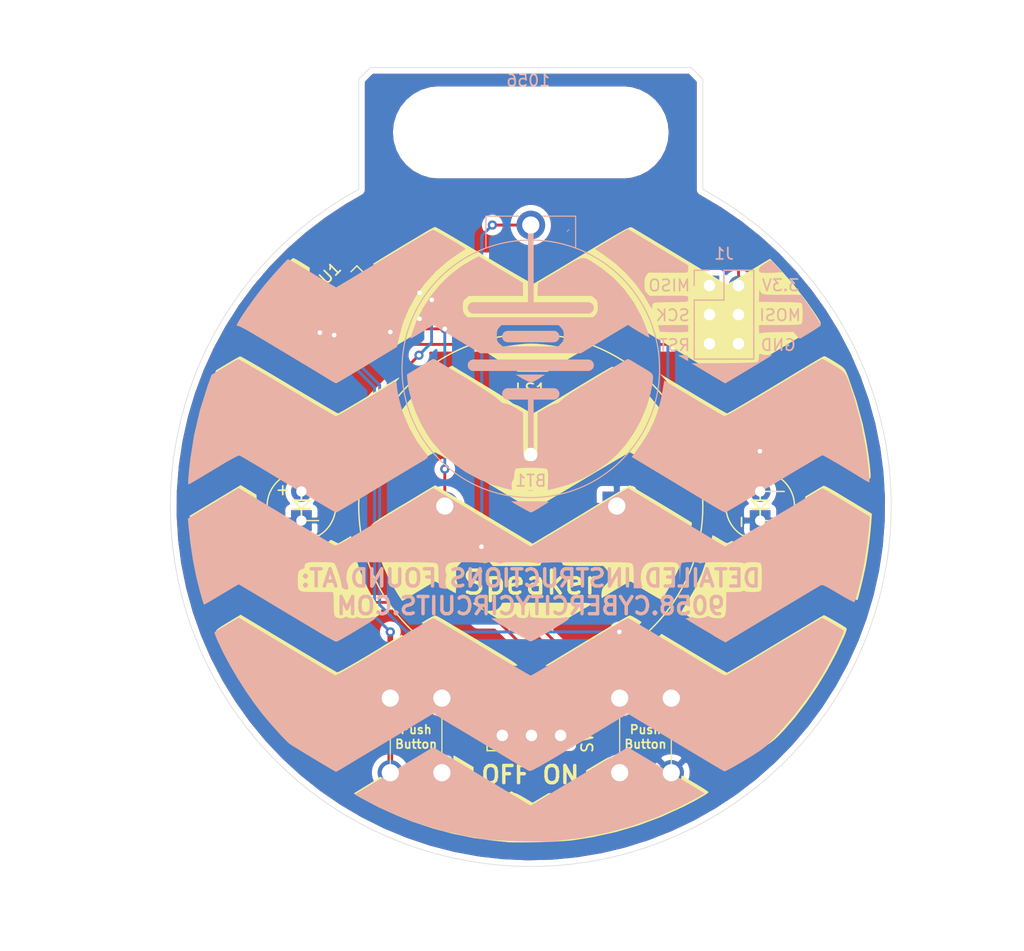
<source format=kicad_pcb>
(kicad_pcb (version 20171130) (host pcbnew "(5.1.6)-1")
  (layers (0 F.Cu signal) (31 B.Cu signal) (34 B.Paste user) (35 F.Paste user) (36 B.SilkS user) (37 F.SilkS user) (38 B.Mask user) (39 F.Mask user) (44 Edge.Cuts user))
  (net 0 "")
  (net 1 "Net-(BT1-Pad1)")
  (net 2 GND)
  (net 3 ATTINY85_MISO)
  (net 4 ATTINY85_SCK)
  (net 5 VCC)
  (net 6 ATTINY85_MOSI)
  (net 7 ATTINY85_RESET)
  (net 8 ATTINY85_PB3)
  (net 9 ATTINY85_PB4)
  (net 10 "Net-(U1-Pad3)")
  (net 11 "Net-(U1-Pad4)")
  (net 12 "Net-(U1-Pad6)")
  (net 13 "Net-(U1-Pad7)")
  (net 14 "Net-(U1-Pad9)")
  (net 15 "Net-(U1-Pad10)")
  (net 16 "Net-(U1-Pad13)")
  (net 17 "Net-(U1-Pad16)")
  (net 18 "Net-(U1-Pad17)")
  (net 19 "Net-(U1-Pad18)")
  (net 20 "Net-(U1-Pad19)")
  (net 21 "Net-(U1-Pad20)")
  (module "DREAM_Custom:Badge Loop" (layer F.Cu) (at 99.187 68.326)
    (fp_text reference REF** hide)
    (fp_text value Badge_Loop)
    (pad "" np_thru_hole oval (at 0.813 -0.901) (size 23 7) (drill oval 23 7) (layers *.Cu *.Mask))
  )
  (module "CCC_Drawings:Ornament Back 2020" (layer B.Cu) (at 100 96.5 180)
    (fp_text reference Back hide)
    (fp_text value LOGO hide)
  )
  (module CCC-Schematic-Footprints:Speaker_Large_Fuet (layer F.Cu) (at 100 100)
    (fp_text reference LS1 (at 0 -10.16) (layer F.SilkS))
    (fp_text value Speaker)
    (fp_text user + (at -7.5 2.54) (layer F.SilkS) (effects (font (size 2 2) (thickness 0.2))))
    (fp_text user - (at 7.5 2.54) (layer F.SilkS) (effects (font (size 2 2) (thickness 0.2))))
    (fp_text user Speaker (at 0 6.68) (layer F.SilkS) (effects (font (size 2 2) (thickness 0.3))))
    (pad 1 thru_hole circle (at -7.5 0) (size 2.5 2.5) (drill 1.5) (layers *.Cu *.Mask) (net 6 ATTINY85_MOSI))
    (pad 2 thru_hole rect (at 7.5 0) (size 2.5 2.5) (drill 1.5) (layers *.Cu *.Mask) (net 2 GND))
  )
  (module "CCC_Drawings:Ornament Front 2020" (layer F.Cu) (at 100 96.5)
    (fp_text reference G*** hide)
    (fp_text value LOGO hide)
  )
  (module Connector_PinSocket_2.54mm:PinSocket_2x03_P2.54mm_Vertical (layer B.Cu) (at 115.575 80.772 180)
    (fp_text reference J1 (at -1.27 2.77) (layer B.SilkS) (effects (justify mirror)))
    (fp_text value AVR-ISP-6)
    (fp_text user MISO (at 3.5 0) (layer B.SilkS) (effects (justify mirror)))
    (fp_text user 3.3V (at -6.201 0.022) (layer B.SilkS) (effects (justify mirror)))
    (fp_text user SCK (at 3.2 -2.6) (layer B.SilkS) (effects (justify mirror)))
    (fp_text user RST (at 3.049 -5.2) (layer B.SilkS) (effects (justify mirror)))
    (fp_text user GND (at -6.001 -5.19) (layer B.SilkS) (effects (justify mirror)))
    (fp_text user MOSI (at -6.165 -2.59) (layer B.SilkS) (effects (justify mirror)))
    (pad 1 thru_hole rect (at 0 0 180) (size 1.7 1.7) (drill 1) (layers *.Cu *.Mask) (net 3 ATTINY85_MISO))
    (pad 2 thru_hole oval (at -2.54 0 180) (size 1.7 1.7) (drill 1) (layers *.Cu *.Mask) (net 5 VCC))
    (pad 3 thru_hole oval (at 0 -2.54 180) (size 1.7 1.7) (drill 1) (layers *.Cu *.Mask) (net 4 ATTINY85_SCK))
    (pad 4 thru_hole oval (at -2.54 -2.54 180) (size 1.7 1.7) (drill 1) (layers *.Cu *.Mask) (net 6 ATTINY85_MOSI))
    (pad 5 thru_hole oval (at 0 -5.08 180) (size 1.7 1.7) (drill 1) (layers *.Cu *.Mask) (net 7 ATTINY85_RESET))
    (pad 6 thru_hole oval (at -2.54 -5.08 180) (size 1.7 1.7) (drill 1) (layers *.Cu *.Mask) (net 2 GND))
  )
  (module "CCC-Schematic-Footprints:Schematic - Battery CR2032" (layer B.Cu) (at 100 85.598 90)
    (fp_text reference BT1 (at -12.192 0) (layer B.SilkS) (effects (justify mirror)))
    (fp_text value Battery_Cell)
    (pad 1 thru_hole circle (at 10.094 0 90) (size 2.5 2.5) (drill 1.5) (layers *.Cu *.Mask) (net 1 "Net-(BT1-Pad1)"))
    (pad 2 thru_hole rect (at -9.906 0 90) (size 2.17 2.17) (drill 1.17) (layers *.Cu *.Mask) (net 2 GND))
  )
  (module "CCC-Schematic-Footprints:Schematic - LED 5mm(2.56P) 003" (layer F.Cu) (at 80 100)
    (fp_text reference D1 (at -0.02 3.37) (layer F.SilkS))
    (fp_text value LED)
    (fp_text user "-  +" (at -1.7 0 270) (layer F.SilkS))
    (pad 2 thru_hole circle (at 0 -1.27 90) (size 1.8 1.8) (drill 0.9) (layers *.Cu *.Mask) (net 3 ATTINY85_MISO))
    (pad 1 thru_hole rect (at 0 1.27 90) (size 1.8 1.8) (drill 0.9) (layers *.Cu *.Mask) (net 2 GND))
  )
  (module "CCC-Schematic-Footprints:Schematic - LED 5mm(2.56P) 003" (layer F.Cu) (at 120 100)
    (fp_text reference D2 (at -0.02 3.37) (layer F.SilkS))
    (fp_text value LED)
    (fp_text user "-  +" (at -1.7 0 270) (layer F.SilkS))
    (pad 1 thru_hole rect (at 0 1.27 90) (size 1.8 1.8) (drill 0.9) (layers *.Cu *.Mask) (net 2 GND))
    (pad 2 thru_hole circle (at 0 -1.27 90) (size 1.8 1.8) (drill 0.9) (layers *.Cu *.Mask) (net 4 ATTINY85_SCK))
  )
  (module CCC-Schematic-Footprints:Schematic_-_Button_Labeled (layer F.Cu) (at 90 120 90)
    (fp_text reference SW1 (at -5 0 unlocked) (layer F.SilkS))
    (fp_text value SW_Push)
    (fp_text user Push (at 0.508 0 unlocked) (layer F.SilkS) (effects (font (size 0.75 0.75))))
    (fp_text user Button (at -0.762 0 unlocked) (layer F.SilkS) (effects (font (size 0.75 0.75))))
    (pad 1 thru_hole circle (at -3.25 -2.25 90) (size 2.2 2.2) (drill 1.5) (layers *.Cu *.Mask) (net 8 ATTINY85_PB3))
    (pad 1 thru_hole circle (at 3.25 -2.25 90) (size 2.2 2.2) (drill 1.5) (layers *.Cu *.Mask) (net 8 ATTINY85_PB3))
    (pad 2 thru_hole circle (at -3.25 2.25 90) (size 2.2 2.2) (drill 1.5) (layers *.Cu *.Mask) (net 2 GND))
    (pad 2 thru_hole circle (at 3.25 2.25 90) (size 2.2 2.2) (drill 1.5) (layers *.Cu *.Mask) (net 2 GND))
  )
  (module CCC-Schematic-Footprints:Schematic_-_Button_Labeled (layer F.Cu) (at 110 120 90)
    (fp_text reference SW2 (at -5 0 unlocked) (layer F.SilkS))
    (fp_text value SW_Push)
    (fp_text user Button (at -0.762 0 unlocked) (layer F.SilkS) (effects (font (size 0.75 0.75))))
    (fp_text user Push (at 0.508 0 unlocked) (layer F.SilkS) (effects (font (size 0.75 0.75))))
    (pad 2 thru_hole circle (at 3.25 2.25 90) (size 2.2 2.2) (drill 1.5) (layers *.Cu *.Mask) (net 2 GND))
    (pad 2 thru_hole circle (at -3.25 2.25 90) (size 2.2 2.2) (drill 1.5) (layers *.Cu *.Mask) (net 2 GND))
    (pad 1 thru_hole circle (at 3.25 -2.25 90) (size 2.2 2.2) (drill 1.5) (layers *.Cu *.Mask) (net 9 ATTINY85_PB4))
    (pad 1 thru_hole circle (at -3.25 -2.25 90) (size 2.2 2.2) (drill 1.5) (layers *.Cu *.Mask) (net 9 ATTINY85_PB4))
  )
  (module Connector_PinHeader_2.54mm:PinHeader_1x03_P2.54mm_Vertical (layer F.Cu) (at 102.6 120 270)
    (fp_text reference SW3 (at 0 -2.33 90) (layer F.SilkS))
    (fp_text value SW_SPST)
    (pad 1 thru_hole rect (at 0 0 270) (size 1.7 1.7) (drill 1) (layers *.Cu *.Mask) (net 1 "Net-(BT1-Pad1)"))
    (pad 2 thru_hole oval (at 0 2.54 270) (size 1.7 1.7) (drill 1) (layers *.Cu *.Mask) (net 5 VCC))
    (pad 3 thru_hole oval (at 0 5.08 270) (size 1.7 1.7) (drill 1) (layers *.Cu *.Mask))
  )
  (module Package_DFN_QFN:QFN-20-1EP_4x4mm_P0.5mm_EP2.6x2.6mm (layer F.Cu) (at 84.836 82.042 45)
    (fp_text reference U1 (at 0 -3.3 45) (layer F.SilkS))
    (fp_text value ATtiny85V-10MU)
    (pad 1 smd roundrect (at -1.925 -1 45) (size 0.85 0.25) (layers F.Cu F.Paste F.Mask) (net 7 ATTINY85_RESET))
    (pad 2 smd roundrect (at -1.925 -0.5 45) (size 0.85 0.25) (layers F.Cu F.Paste F.Mask) (net 8 ATTINY85_PB3))
    (pad 3 smd roundrect (at -1.925 0 45) (size 0.85 0.25) (layers F.Cu F.Paste F.Mask) (net 10 "Net-(U1-Pad3)"))
    (pad 4 smd roundrect (at -1.925 0.5 45) (size 0.85 0.25) (layers F.Cu F.Paste F.Mask) (net 11 "Net-(U1-Pad4)"))
    (pad 5 smd roundrect (at -1.925 1 45) (size 0.85 0.25) (layers F.Cu F.Paste F.Mask) (net 9 ATTINY85_PB4))
    (pad 6 smd roundrect (at -1 1.925 45) (size 0.25 0.85) (layers F.Cu F.Paste F.Mask) (net 12 "Net-(U1-Pad6)"))
    (pad 7 smd roundrect (at -0.5 1.925 45) (size 0.25 0.85) (layers F.Cu F.Paste F.Mask) (net 13 "Net-(U1-Pad7)"))
    (pad 8 smd roundrect (at 0 1.925 45) (size 0.25 0.85) (layers F.Cu F.Paste F.Mask) (net 2 GND))
    (pad 9 smd roundrect (at 0.5 1.925 45) (size 0.25 0.85) (layers F.Cu F.Paste F.Mask) (net 14 "Net-(U1-Pad9)"))
    (pad 10 smd roundrect (at 1 1.925 45) (size 0.25 0.85) (layers F.Cu F.Paste F.Mask) (net 15 "Net-(U1-Pad10)"))
    (pad 11 smd roundrect (at 1.925 1 45) (size 0.85 0.25) (layers F.Cu F.Paste F.Mask) (net 6 ATTINY85_MOSI))
    (pad 12 smd roundrect (at 1.925 0.5 45) (size 0.85 0.25) (layers F.Cu F.Paste F.Mask) (net 3 ATTINY85_MISO))
    (pad 13 smd roundrect (at 1.925 0 45) (size 0.85 0.25) (layers F.Cu F.Paste F.Mask) (net 16 "Net-(U1-Pad13)"))
    (pad 14 smd roundrect (at 1.925 -0.5 45) (size 0.85 0.25) (layers F.Cu F.Paste F.Mask) (net 4 ATTINY85_SCK))
    (pad 15 smd roundrect (at 1.925 -1 45) (size 0.85 0.25) (layers F.Cu F.Paste F.Mask) (net 5 VCC))
    (pad 16 smd roundrect (at 1 -1.925 45) (size 0.25 0.85) (layers F.Cu F.Paste F.Mask) (net 17 "Net-(U1-Pad16)"))
    (pad 17 smd roundrect (at 0.5 -1.925 45) (size 0.25 0.85) (layers F.Cu F.Paste F.Mask) (net 18 "Net-(U1-Pad17)"))
    (pad 18 smd roundrect (at 0 -1.925 45) (size 0.25 0.85) (layers F.Cu F.Paste F.Mask) (net 19 "Net-(U1-Pad18)"))
    (pad 19 smd roundrect (at -0.5 -1.925 45) (size 0.25 0.85) (layers F.Cu F.Paste F.Mask) (net 20 "Net-(U1-Pad19)"))
    (pad 20 smd roundrect (at -1 -1.925 45) (size 0.25 0.85) (layers F.Cu F.Paste F.Mask) (net 21 "Net-(U1-Pad20)"))
    (pad 21 smd rect (at 0 0 45) (size 2.6 2.6) (layers F.Cu F.Mask) (net 2 GND))
  )
  (module CCC-Parts-Library:R_0603 (layer F.Cu) (at 80.425 86.525 135)
    (fp_text reference R1 hide)
    (fp_text value 10000)
    (pad 1 smd roundrect (at -0.875 0 135) (size 1.05 0.95) (layers F.Cu F.Paste F.Mask) (net 5 VCC))
    (pad 2 smd roundrect (at 0.875 0 135) (size 1.05 0.95) (layers F.Cu F.Paste F.Mask) (net 7 ATTINY85_RESET))
  )
  (gr_text 1056 (at 99.775 62.9) (layer B.SilkS) (effects (font (size 1 1)) (justify mirror)))
  (gr_text "DETAILED INSTRUCTIONS FOUND AT:\n9058.CYBERCITYCIRCUITS.COM" (at 100 107.5) (layer B.SilkS) (effects (font (size 1.5 1.5) (thickness 0.3)) (justify mirror)))
  (gr_text OFF (at 97.79 123.444) (layer F.SilkS) (effects (font (size 1.5 1.5) (thickness 0.3))))
  (gr_text ON (at 102.616 123.444) (layer F.SilkS) (effects (font (size 1.5 1.5) (thickness 0.3))))
  (gr_arc (start 100 100) (end 85 72.39) (angle -302.9711773) (layer Edge.Cuts) (width 0.05))
  (gr_line (start 114 61.778) (end 115 62.778) (layer Edge.Cuts) (width 0.05))
  (gr_line (start 86 61.778) (end 85 62.778) (layer Edge.Cuts) (width 0.05))
  (gr_line (start 115 62.778) (end 115 72.39) (layer Edge.Cuts) (width 0.05))
  (gr_line (start 86 61.778) (end 114 61.778) (layer Edge.Cuts) (width 0.05))
  (gr_line (start 85 62.778) (end 85 72.39) (layer Edge.Cuts) (width 0.05))
  (via (at 96.65 75.5) (size 0.8) (drill 0.4) (layers F.Cu B.Cu) (net 1))
  (segment (start 100 75.504) (end 96.654 75.504) (width 0.25) (layer F.Cu) (net 1))
  (segment (start 96.654 75.504) (end 96.65 75.5) (width 0.25) (layer F.Cu) (net 1))
  (segment (start 96.65 75.5) (end 95.725 76.425) (width 0.25) (layer B.Cu) (net 1))
  (segment (start 102.6 112.325) (end 102.6 120) (width 0.25) (layer F.Cu) (net 1))
  (segment (start 98.325 108.05) (end 102.6 112.325) (width 0.25) (layer F.Cu) (net 1))
  (via (at 95.7 103.55) (size 0.8) (drill 0.4) (layers F.Cu B.Cu) (net 1))
  (segment (start 95.725 76.425) (end 95.725 103.525) (width 0.25) (layer B.Cu) (net 1))
  (segment (start 95.725 103.525) (end 95.7 103.55) (width 0.25) (layer B.Cu) (net 1))
  (segment (start 95.7 103.55) (end 95.7 107.6) (width 0.25) (layer F.Cu) (net 1))
  (segment (start 96.15 108.05) (end 98.325 108.05) (width 0.25) (layer F.Cu) (net 1))
  (segment (start 95.7 107.6) (end 96.15 108.05) (width 0.25) (layer F.Cu) (net 1))
  (segment (start 86.197181 83.403181) (end 84.836 82.042) (width 0.25) (layer F.Cu) (net 2))
  (segment (start 87.169 84.375) (end 86.197181 83.403181) (width 0.25) (layer F.Cu) (net 2))
  (segment (start 87.175 84.375) (end 87.169 84.375) (width 0.25) (layer F.Cu) (net 2))
  (segment (start 99.95 95.454) (end 100 95.504) (width 0.25) (layer F.Cu) (net 2))
  (segment (start 107.5 100) (end 107.5 101.175) (width 0.25) (layer F.Cu) (net 2))
  (via (at 87.75 84.825) (size 0.8) (drill 0.4) (layers F.Cu B.Cu) (net 2))
  (segment (start 87.619 84.825) (end 86.197181 83.403181) (width 0.25) (layer F.Cu) (net 2))
  (segment (start 87.75 84.825) (end 87.619 84.825) (width 0.25) (layer F.Cu) (net 2))
  (via (at 90.25 86.85) (size 0.8) (drill 0.4) (layers F.Cu B.Cu) (net 3))
  (segment (start 81.95 95.15) (end 90.25 86.85) (width 0.25) (layer F.Cu) (net 3))
  (segment (start 87.2386 80.417203) (end 86.621428 81.034373) (width 0.25) (layer F.Cu) (net 3))
  (segment (start 86.621428 81.034373) (end 86.550734 81.034373) (width 0.25) (layer F.Cu) (net 3))
  (segment (start 115.575 80.772) (end 114.46499 80.772) (width 0.25) (layer F.Cu) (net 3))
  (segment (start 114.46499 80.772) (end 112.375 82.86199) (width 0.25) (layer F.Cu) (net 3))
  (segment (start 90.73699 82.86199) (end 88.292203 80.417203) (width 0.25) (layer F.Cu) (net 3))
  (segment (start 88.292203 80.417203) (end 87.2386 80.417203) (width 0.25) (layer F.Cu) (net 3))
  (segment (start 90.25 86.85) (end 91.35 85.75) (width 0.25) (layer B.Cu) (net 3))
  (via (at 91.375 82.025) (size 0.8) (drill 0.4) (layers F.Cu B.Cu) (net 3))
  (segment (start 91.35 85.75) (end 91.35 82.05) (width 0.25) (layer B.Cu) (net 3))
  (segment (start 91.35 82.05) (end 91.375 82.025) (width 0.25) (layer B.Cu) (net 3))
  (segment (start 91.375 82.025) (end 91.375 82.84898) (width 0.25) (layer F.Cu) (net 3))
  (segment (start 91.375 82.84898) (end 91.36199 82.86199) (width 0.25) (layer F.Cu) (net 3))
  (segment (start 112.375 82.86199) (end 91.36199 82.86199) (width 0.25) (layer F.Cu) (net 3))
  (segment (start 91.36199 82.86199) (end 90.73699 82.86199) (width 0.25) (layer F.Cu) (net 3))
  (segment (start 80 97.1) (end 81.95 95.15) (width 0.25) (layer F.Cu) (net 3))
  (segment (start 80 98.73) (end 80 97.1) (width 0.25) (layer F.Cu) (net 3))
  (segment (start 115.575 83.312) (end 91.187 83.312) (width 0.25) (layer F.Cu) (net 4))
  (segment (start 86.620893 79.55) (end 85.843627 80.327266) (width 0.25) (layer F.Cu) (net 4))
  (segment (start 87.425 79.55) (end 86.620893 79.55) (width 0.25) (layer F.Cu) (net 4))
  (segment (start 87.425 79.55) (end 88.06141 79.55) (width 0.25) (layer F.Cu) (net 4))
  (segment (start 88.06141 79.55) (end 88.586392 80.074982) (width 0.25) (layer F.Cu) (net 4))
  (segment (start 120 98.73) (end 120 95.3) (width 0.25) (layer F.Cu) (net 4))
  (via (at 90.3 83.675) (size 0.8) (drill 0.4) (layers F.Cu B.Cu) (net 4))
  (segment (start 91.187 83.312) (end 90.663 83.312) (width 0.25) (layer F.Cu) (net 4))
  (segment (start 90.663 83.312) (end 90.3 83.675) (width 0.25) (layer F.Cu) (net 4))
  (via (at 90.300153 81.399847) (size 0.8) (drill 0.4) (layers F.Cu B.Cu) (net 4))
  (segment (start 90.3 83.675) (end 90.3 81.4) (width 0.25) (layer B.Cu) (net 4))
  (segment (start 90.3 81.4) (end 90.300153 81.399847) (width 0.25) (layer B.Cu) (net 4))
  (segment (start 90.25 81.45) (end 89.96141 81.45) (width 0.25) (layer F.Cu) (net 4))
  (segment (start 90.300153 81.399847) (end 90.25 81.45) (width 0.25) (layer F.Cu) (net 4))
  (segment (start 89.96141 81.45) (end 89.318205 80.806795) (width 0.25) (layer F.Cu) (net 4))
  (segment (start 88.586392 80.074982) (end 89.318205 80.806795) (width 0.25) (layer F.Cu) (net 4))
  (segment (start 89.318205 80.806795) (end 89.430705 80.919295) (width 0.25) (layer F.Cu) (net 4))
  (via (at 119.975 95.225) (size 0.8) (drill 0.4) (layers F.Cu B.Cu) (net 4))
  (segment (start 120 95.3) (end 120 95.25) (width 0.25) (layer F.Cu) (net 4))
  (segment (start 120 95.25) (end 119.975 95.225) (width 0.25) (layer F.Cu) (net 4))
  (segment (start 119.975 95.225) (end 115.4 95.225) (width 0.25) (layer B.Cu) (net 4))
  (segment (start 115.4 95.225) (end 111.95 91.775) (width 0.25) (layer B.Cu) (net 4))
  (segment (start 111.95 91.775) (end 111.95 85.175) (width 0.25) (layer B.Cu) (net 4))
  (segment (start 113.813 83.312) (end 115.575 83.312) (width 0.25) (layer B.Cu) (net 4))
  (segment (start 111.95 85.175) (end 113.813 83.312) (width 0.25) (layer B.Cu) (net 4))
  (segment (start 79.337436 88.85) (end 81.043718 87.143718) (width 0.25) (layer F.Cu) (net 5))
  (segment (start 77.825 82.825) (end 77.825 88.275) (width 0.25) (layer F.Cu) (net 5))
  (segment (start 85.501287 79.973713) (end 86.35 79.125) (width 0.25) (layer F.Cu) (net 5))
  (segment (start 85.490074 79.973713) (end 85.501287 79.973713) (width 0.25) (layer F.Cu) (net 5))
  (segment (start 86.35 79.125) (end 86.35 78.625) (width 0.25) (layer F.Cu) (net 5))
  (segment (start 83.1 77.55) (end 77.825 82.825) (width 0.25) (layer F.Cu) (net 5))
  (segment (start 85.275 77.55) (end 83.1 77.55) (width 0.25) (layer F.Cu) (net 5))
  (segment (start 118.115 80.772) (end 118.115 79.19) (width 0.25) (layer F.Cu) (net 5))
  (segment (start 117.45 78.525) (end 86.25 78.525) (width 0.25) (layer F.Cu) (net 5))
  (segment (start 118.115 79.19) (end 117.45 78.525) (width 0.25) (layer F.Cu) (net 5))
  (segment (start 86.35 78.625) (end 86.25 78.525) (width 0.25) (layer F.Cu) (net 5))
  (segment (start 86.25 78.525) (end 85.275 77.55) (width 0.25) (layer F.Cu) (net 5))
  (segment (start 76.525 105.95) (end 76.525 91.662436) (width 0.25) (layer F.Cu) (net 5))
  (segment (start 78.975 108.4) (end 76.525 105.95) (width 0.25) (layer F.Cu) (net 5))
  (segment (start 100.06 112.96) (end 97.15 110.05) (width 0.25) (layer F.Cu) (net 5))
  (segment (start 100.06 120) (end 100.06 112.96) (width 0.25) (layer F.Cu) (net 5))
  (segment (start 97.15 110.05) (end 95.4 110.05) (width 0.25) (layer F.Cu) (net 5))
  (segment (start 95.4 110.05) (end 93.75 108.4) (width 0.25) (layer F.Cu) (net 5))
  (segment (start 93.75 108.4) (end 78.975 108.4) (width 0.25) (layer F.Cu) (net 5))
  (segment (start 77.825 88.275) (end 77.825 90.35) (width 0.25) (layer F.Cu) (net 5))
  (segment (start 76.525 91.662436) (end 77.831218 90.356218) (width 0.25) (layer F.Cu) (net 5))
  (segment (start 77.825 90.35) (end 77.831218 90.356218) (width 0.25) (layer F.Cu) (net 5))
  (segment (start 77.831218 90.356218) (end 81.043718 87.143718) (width 0.25) (layer F.Cu) (net 5))
  (segment (start 86.904287 81.387926) (end 87.425 80.867213) (width 0.25) (layer F.Cu) (net 6))
  (segment (start 87.425 80.867213) (end 88.092213 80.867213) (width 0.25) (layer F.Cu) (net 6))
  (segment (start 88.2 80.975) (end 88.21359 80.975) (width 0.25) (layer F.Cu) (net 6))
  (segment (start 88.092213 80.867213) (end 88.2 80.975) (width 0.25) (layer F.Cu) (net 6))
  (segment (start 88.21359 80.975) (end 89.156795 81.918205) (width 0.25) (layer F.Cu) (net 6))
  (segment (start 89.156795 81.918205) (end 89.156795 84.056795) (width 0.25) (layer F.Cu) (net 6))
  (segment (start 118.115 83.312) (end 116.877 84.55) (width 0.25) (layer F.Cu) (net 6))
  (segment (start 89.65 84.55) (end 89.156795 84.056795) (width 0.25) (layer F.Cu) (net 6))
  (via (at 92.5 84.55) (size 0.8) (drill 0.4) (layers F.Cu B.Cu) (net 6))
  (segment (start 116.877 84.55) (end 92.5 84.55) (width 0.25) (layer F.Cu) (net 6))
  (segment (start 92.5 84.55) (end 89.65 84.55) (width 0.25) (layer F.Cu) (net 6))
  (via (at 92.5 96.775) (size 0.8) (drill 0.4) (layers F.Cu B.Cu) (net 6))
  (segment (start 92.5 100) (end 92.5 96.775) (width 0.25) (layer F.Cu) (net 6))
  (segment (start 92.5 96.775) (end 92.5 84.55) (width 0.25) (layer B.Cu) (net 6))
  (segment (start 79.806282 85.657505) (end 82.767713 82.696074) (width 0.25) (layer F.Cu) (net 7))
  (segment (start 79.806282 85.906282) (end 79.806282 85.657505) (width 0.25) (layer F.Cu) (net 7))
  (segment (start 115.520718 85.906282) (end 115.575 85.852) (width 0.25) (layer F.Cu) (net 7))
  (segment (start 79.806282 85.906282) (end 115.520718 85.906282) (width 0.25) (layer F.Cu) (net 7))
  (segment (start 83.121266 83.049627) (end 83.050572 83.049627) (width 0.25) (layer F.Cu) (net 8))
  (segment (start 87.75 123.25) (end 87.75 116.75) (width 0.5) (layer F.Cu) (net 8))
  (via (at 87.75 110.975) (size 0.8) (drill 0.4) (layers F.Cu B.Cu) (net 8))
  (segment (start 87.75 116.75) (end 87.75 110.975) (width 0.5) (layer F.Cu) (net 8))
  (segment (start 87.75 110.975) (end 86.375 109.6) (width 0.25) (layer B.Cu) (net 8))
  (via (at 81.609357 84.879735) (size 0.8) (drill 0.4) (layers F.Cu B.Cu) (net 8))
  (segment (start 86.375 109.6) (end 86.375 89.645378) (width 0.25) (layer B.Cu) (net 8))
  (segment (start 86.375 89.645378) (end 81.609357 84.879735) (width 0.25) (layer B.Cu) (net 8))
  (segment (start 81.575 84.845378) (end 81.575 84.525198) (width 0.25) (layer F.Cu) (net 8))
  (segment (start 83.050572 83.049627) (end 82.137599 83.962599) (width 0.25) (layer F.Cu) (net 8))
  (segment (start 81.575 84.525198) (end 82.137599 83.962599) (width 0.25) (layer F.Cu) (net 8))
  (segment (start 81.609357 84.879735) (end 81.575 84.845378) (width 0.25) (layer F.Cu) (net 8))
  (segment (start 82.137599 83.962599) (end 81.950099 84.150098) (width 0.25) (layer F.Cu) (net 8))
  (via (at 107.725 110.975) (size 0.8) (drill 0.4) (layers F.Cu B.Cu) (net 9))
  (segment (start 107.725 116.75) (end 107.725 110.975) (width 0.5) (layer F.Cu) (net 9))
  (segment (start 84.181926 84.110287) (end 84.164713 84.110287) (width 0.25) (layer F.Cu) (net 9))
  (segment (start 84.164713 84.110287) (end 83.2 85.075) (width 0.25) (layer F.Cu) (net 9))
  (segment (start 107.75 123.25) (end 107.75 116.75) (width 0.5) (layer F.Cu) (net 9))
  (segment (start 83.2 85.075) (end 82.881282 85.075) (width 0.25) (layer F.Cu) (net 9))
  (via (at 82.855605 85.100677) (size 0.8) (drill 0.4) (layers F.Cu B.Cu) (net 9))
  (segment (start 82.881282 85.075) (end 82.855605 85.100677) (width 0.25) (layer F.Cu) (net 9))
  (segment (start 82.706282 85.25) (end 82.706282 85.34025) (width 0.25) (layer B.Cu) (net 9))
  (segment (start 82.855605 85.100677) (end 82.706282 85.25) (width 0.25) (layer B.Cu) (net 9))
  (segment (start 82.706282 85.34025) (end 86.82501 89.458978) (width 0.25) (layer B.Cu) (net 9))
  (segment (start 86.82501 89.458978) (end 86.82501 108.62501) (width 0.25) (layer B.Cu) (net 9))
  (segment (start 89.175 110.975) (end 87.175 108.975) (width 0.25) (layer B.Cu) (net 9))
  (segment (start 107.725 110.975) (end 89.175 110.975) (width 0.25) (layer B.Cu) (net 9))
  (segment (start 86.82501 108.62501) (end 87.175 108.975) (width 0.25) (layer B.Cu) (net 9))
  (segment (start 87.175 108.975) (end 87.8 109.6) (width 0.25) (layer B.Cu) (net 9))
  (zone (net 2) (net_name GND) (layer B.Cu) (connect_pads (clearance 0.508)) (min_thickness 0.254) (fill yes (arc_segments 32) (thermal_gap 0.508) (thermal_bridge_width 0.508))
    (polygon (pts (xy 53.721 56.388) (xy 53.721 138.811) (xy 142.494 138.303) (xy 143.002 55.88)))
  )
  (zone (net 2) (net_name GND) (layer F.Cu) (connect_pads (clearance 0.508)) (min_thickness 0.254) (fill yes (arc_segments 32) (thermal_gap 0.508) (thermal_bridge_width 0.508))
    (polygon (pts (xy 53.721 56.388) (xy 53.721 138.811) (xy 142.494 138.303) (xy 143.002 55.88)))
  )
)
</source>
